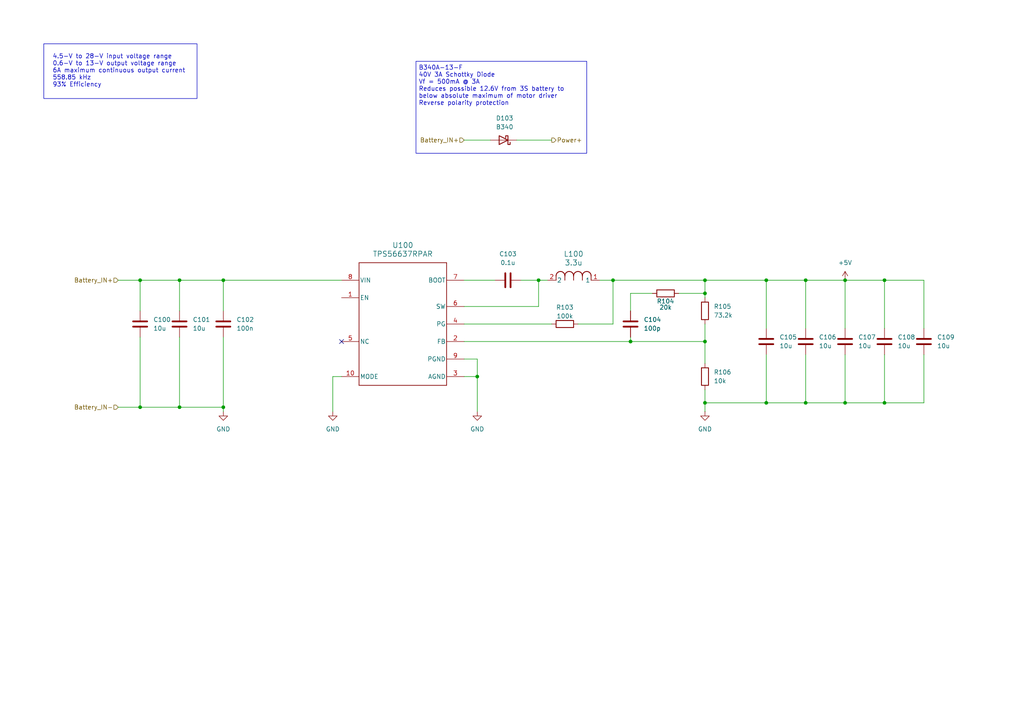
<source format=kicad_sch>
(kicad_sch (version 20231120) (generator "eeschema") (generator_version "8.0")
  (paper "A4")
  (lib_symbols
    (symbol "Device:C" (pin_numbers hide) (pin_names (offset 0.254))
      (property "Reference" "C" (at 0.635 2.54 0))
      (property "Value" "C" (at 0.635 -2.54 0))
      (symbol "C_0_1"
        (polyline (pts (xy -2.032 -0.762) (xy 2.032 -0.762)) (stroke (width 0.508)))
        (polyline (pts (xy -2.032 0.762) (xy 2.032 0.762)) (stroke (width 0.508)))
      )
      (symbol "C_1_1"
        (pin passive line (at 0 3.81 270) (length 2.794) (name "~") (number "1"))
        (pin passive line (at 0 -3.81 90) (length 2.794) (name "~") (number "2"))
      )
    )
    (symbol "Device:R" (pin_numbers hide) (pin_names (offset 0))
      (property "Reference" "R" (at 2.032 0 90))
      (property "Value" "R" (at 0 0 90))
      (symbol "R_0_1"
        (rectangle (start -1.016 -2.54) (end 1.016 2.54) (stroke (width 0.254)))
      )
      (symbol "R_1_1"
        (pin passive line (at 0 3.81 270) (length 1.27) (name "~") (number "1"))
        (pin passive line (at 0 -3.81 90) (length 1.27) (name "~") (number "2"))
      )
    )
    (symbol "Diode:B340" (pin_numbers hide) (pin_names (offset 1.016) hide)
      (property "Reference" "D" (at 0 2.54 0))
      (property "Value" "B340" (at 0 -2.54 0))
      (symbol "B340_0_1"
        (polyline (pts (xy 1.27 0) (xy -1.27 0)))
        (polyline (pts (xy 1.27 1.27) (xy 1.27 -1.27) (xy -1.27 0) (xy 1.27 1.27)) (stroke (width 0.254)))
        (polyline (pts (xy -1.905 0.635) (xy -1.905 1.27) (xy -1.27 1.27) (xy -1.27 -1.27) (xy -0.635 -1.27) (xy -0.635 -0.635)) (stroke (width 0.254)))
      )
      (symbol "B340_1_1"
        (pin passive line (at -3.81 0 0) (length 2.54) (name "K") (number "1"))
        (pin passive line (at 3.81 0 180) (length 2.54) (name "A") (number "2"))
      )
    )
    (symbol "IHLP4040DZER3R3M01:IHLP4040DZER3R3M01" (pin_names (offset 0.254))
      (property "Reference" "L" (at 6.985 5.08 0))
      (property "Value" "IHLP4040DZER3R3M01" (at 6.985 -2.54 0))
      (symbol "IHLP4040DZER3R3M01_1_1"
        (polyline (pts (xy 2.54 0) (xy 2.54 1.27)) (stroke (width 0.2032)))
        (polyline (pts (xy 5.08 0) (xy 5.08 1.27)) (stroke (width 0.2032)))
        (polyline (pts (xy 7.62 0) (xy 7.62 1.27)) (stroke (width 0.2032)))
        (polyline (pts (xy 10.16 0) (xy 10.16 1.27)) (stroke (width 0.2032)))
        (polyline (pts (xy 12.7 0) (xy 12.7 1.27)) (stroke (width 0.2032)))
        (arc (start 5.08 1.27) (mid 3.81 2.5344) (end 2.54 1.27) (stroke (width 0.254)))
        (arc (start 7.62 1.27) (mid 6.35 2.5344) (end 5.08 1.27) (stroke (width 0.254)))
        (arc (start 10.16 1.27) (mid 8.89 2.5344) (end 7.62 1.27) (stroke (width 0.254)))
        (arc (start 12.7 1.27) (mid 11.43 2.5344) (end 10.16 1.27) (stroke (width 0.254)))
        (pin unspecified line (at 15.24 0 180) (length 2.54) (name "1") (number "1"))
        (pin unspecified line (at 0 0 0) (length 2.54) (name "2") (number "2"))
      )
      (symbol "IHLP4040DZER3R3M01_1_2"
        (arc (start -1.27 5.08) (mid -2.5344 3.81) (end -1.27 2.54) (stroke (width 0.254)))
        (arc (start -1.27 7.62) (mid -2.5344 6.35) (end -1.27 5.08) (stroke (width 0.254)))
        (arc (start -1.27 10.16) (mid -2.5344 8.89) (end -1.27 7.62) (stroke (width 0.254)))
        (arc (start -1.27 12.7) (mid -2.5344 11.43) (end -1.27 10.16) (stroke (width 0.254)))
        (polyline (pts (xy 0 2.54) (xy -1.27 2.54)) (stroke (width 0.2032)))
        (polyline (pts (xy 0 5.08) (xy -1.27 5.08)) (stroke (width 0.2032)))
        (polyline (pts (xy 0 7.62) (xy -1.27 7.62)) (stroke (width 0.2032)))
        (polyline (pts (xy 0 10.16) (xy -1.27 10.16)) (stroke (width 0.2032)))
        (polyline (pts (xy 0 12.7) (xy -1.27 12.7)) (stroke (width 0.2032)))
        (pin unspecified line (at 0 15.24 270) (length 2.54) (name "1") (number "1"))
        (pin unspecified line (at 0 0 90) (length 2.54) (name "2") (number "2"))
      )
    )
    (symbol "TPS56637RPAR:TPS56637RPAR" (pin_names (offset 0.254))
      (property "Reference" "U" (at 0 2.54 0))
      (property "Value" "TPS56637RPAR" (at 0 0 0))
      (symbol "TPS56637RPAR_0_1"
        (polyline (pts (xy -12.7 -17.78) (xy 12.7 -17.78)) (stroke (width 0.2032)))
        (polyline (pts (xy -12.7 17.78) (xy -12.7 -17.78)) (stroke (width 0.2032)))
        (polyline (pts (xy 12.7 -17.78) (xy 12.7 17.78)) (stroke (width 0.2032)))
        (polyline (pts (xy 12.7 17.78) (xy -12.7 17.78)) (stroke (width 0.2032)))
        (pin power_in line (at -17.78 7.62 0) (length 5.08) (name "EN") (number "1"))
        (pin power_in line (at -17.78 -15.24 0) (length 5.08) (name "MODE") (number "10"))
        (pin power_in line (at 17.78 -5.08 180) (length 5.08) (name "FB") (number "2"))
        (pin power_in line (at 17.78 -15.24 180) (length 5.08) (name "AGND") (number "3"))
        (pin power_in line (at 17.78 0 180) (length 5.08) (name "PG") (number "4"))
        (pin unspecified line (at -17.78 -5.08 0) (length 5.08) (name "NC") (number "5"))
        (pin power_in line (at 17.78 5.08 180) (length 5.08) (name "SW") (number "6"))
        (pin power_in line (at 17.78 12.7 180) (length 5.08) (name "BOOT") (number "7"))
        (pin power_in line (at -17.78 12.7 0) (length 5.08) (name "VIN") (number "8"))
        (pin power_in line (at 17.78 -10.16 180) (length 5.08) (name "PGND") (number "9"))
      )
    )
    (symbol "power:+5V" (power) (pin_numbers hide) (pin_names (offset 0) hide)
      (property "Value" "+5V" (at 0 3.556 0))
      (symbol "+5V_0_1"
        (polyline (pts (xy -0.762 1.27) (xy 0 2.54)))
        (polyline (pts (xy 0 0) (xy 0 2.54)))
        (polyline (pts (xy 0 2.54) (xy 0.762 1.27)))
      )
      (symbol "+5V_1_1"
        (pin power_in line (at 0 0 90) (length 0) (name "~") (number "1"))
      )
    )
    (symbol "power:GND" (power) (pin_numbers hide) (pin_names (offset 0) hide)
      (property "Value" "GND" (at 0 -3.81 0))
      (symbol "GND_0_1"
        (polyline (pts (xy 0 0) (xy 0 -1.27) (xy 1.27 -1.27) (xy 0 -2.54) (xy -1.27 -1.27) (xy 0 -1.27)))
      )
      (symbol "GND_1_1"
        (pin power_in line (at 0 0 270) (length 0) (name "~") (number "1"))
      )
    )
  )
  (junction (at 245.11 81.28))
  (junction (at 204.47 99.06))
  (junction (at 52.07 118.11))
  (junction (at 177.8 81.28))
  (junction (at 222.25 81.28))
  (junction (at 256.54 116.84))
  (junction (at 138.43 109.22))
  (junction (at 204.47 85.09))
  (junction (at 233.68 81.28))
  (junction (at 256.54 81.28))
  (junction (at 52.07 81.28))
  (junction (at 40.64 118.11))
  (junction (at 156.21 81.28))
  (junction (at 40.64 81.28))
  (junction (at 204.47 116.84))
  (junction (at 233.68 116.84))
  (junction (at 222.25 116.84))
  (junction (at 204.47 81.28))
  (junction (at 64.77 81.28))
  (junction (at 245.11 116.84))
  (junction (at 182.88 99.06))
  (junction (at 64.77 118.11))
  (no_connect (at 99.06 99.06))
  (wire (pts (xy 134.62 93.98) (xy 160.02 93.98)))
  (wire (pts (xy 52.07 81.28) (xy 64.77 81.28)))
  (wire (pts (xy 245.11 116.84) (xy 233.68 116.84)))
  (wire (pts (xy 245.11 102.87) (xy 245.11 116.84)))
  (wire (pts (xy 222.25 102.87) (xy 222.25 116.84)))
  (wire (pts (xy 40.64 118.11) (xy 52.07 118.11)))
  (wire (pts (xy 245.11 81.28) (xy 233.68 81.28)))
  (wire (pts (xy 177.8 81.28) (xy 204.47 81.28)))
  (wire (pts (xy 64.77 90.17) (xy 64.77 81.28)))
  (wire (pts (xy 149.86 40.64) (xy 160.02 40.64)))
  (wire (pts (xy 34.29 81.28) (xy 40.64 81.28)))
  (wire (pts (xy 134.62 109.22) (xy 138.43 109.22)))
  (wire (pts (xy 156.21 88.9) (xy 156.21 81.28)))
  (wire (pts (xy 52.07 97.79) (xy 52.07 118.11)))
  (wire (pts (xy 267.97 81.28) (xy 256.54 81.28)))
  (wire (pts (xy 134.62 88.9) (xy 156.21 88.9)))
  (wire (pts (xy 96.52 119.38) (xy 96.52 109.22)))
  (wire (pts (xy 156.21 81.28) (xy 151.13 81.28)))
  (wire (pts (xy 182.88 85.09) (xy 182.88 90.17)))
  (wire (pts (xy 34.29 118.11) (xy 40.64 118.11)))
  (wire (pts (xy 267.97 102.87) (xy 267.97 116.84)))
  (wire (pts (xy 138.43 119.38) (xy 138.43 109.22)))
  (wire (pts (xy 256.54 81.28) (xy 245.11 81.28)))
  (wire (pts (xy 138.43 104.14) (xy 134.62 104.14)))
  (wire (pts (xy 204.47 85.09) (xy 204.47 86.36)))
  (wire (pts (xy 182.88 97.79) (xy 182.88 99.06)))
  (wire (pts (xy 52.07 118.11) (xy 64.77 118.11)))
  (wire (pts (xy 256.54 102.87) (xy 256.54 116.84)))
  (wire (pts (xy 64.77 81.28) (xy 99.06 81.28)))
  (wire (pts (xy 40.64 97.79) (xy 40.64 118.11)))
  (wire (pts (xy 233.68 81.28) (xy 222.25 81.28)))
  (wire (pts (xy 233.68 116.84) (xy 222.25 116.84)))
  (wire (pts (xy 64.77 97.79) (xy 64.77 118.11)))
  (wire (pts (xy 182.88 99.06) (xy 204.47 99.06)))
  (wire (pts (xy 204.47 113.03) (xy 204.47 116.84)))
  (wire (pts (xy 189.23 85.09) (xy 182.88 85.09)))
  (wire (pts (xy 267.97 95.25) (xy 267.97 81.28)))
  (wire (pts (xy 167.64 93.98) (xy 177.8 93.98)))
  (wire (pts (xy 222.25 116.84) (xy 204.47 116.84)))
  (wire (pts (xy 134.62 40.64) (xy 142.24 40.64)))
  (wire (pts (xy 40.64 81.28) (xy 52.07 81.28)))
  (wire (pts (xy 222.25 81.28) (xy 204.47 81.28)))
  (wire (pts (xy 177.8 93.98) (xy 177.8 81.28)))
  (wire (pts (xy 177.8 81.28) (xy 173.99 81.28)))
  (wire (pts (xy 222.25 95.25) (xy 222.25 81.28)))
  (wire (pts (xy 233.68 95.25) (xy 233.68 81.28)))
  (wire (pts (xy 134.62 81.28) (xy 143.51 81.28)))
  (wire (pts (xy 196.85 85.09) (xy 204.47 85.09)))
  (wire (pts (xy 245.11 95.25) (xy 245.11 81.28)))
  (wire (pts (xy 64.77 118.11) (xy 64.77 119.38)))
  (wire (pts (xy 52.07 90.17) (xy 52.07 81.28)))
  (wire (pts (xy 256.54 95.25) (xy 256.54 81.28)))
  (wire (pts (xy 233.68 102.87) (xy 233.68 116.84)))
  (wire (pts (xy 204.47 99.06) (xy 204.47 105.41)))
  (wire (pts (xy 256.54 116.84) (xy 245.11 116.84)))
  (wire (pts (xy 267.97 116.84) (xy 256.54 116.84)))
  (wire (pts (xy 134.62 99.06) (xy 182.88 99.06)))
  (wire (pts (xy 138.43 109.22) (xy 138.43 104.14)))
  (wire (pts (xy 204.47 116.84) (xy 204.47 119.38)))
  (wire (pts (xy 156.21 81.28) (xy 158.75 81.28)))
  (wire (pts (xy 204.47 93.98) (xy 204.47 99.06)))
  (wire (pts (xy 96.52 109.22) (xy 99.06 109.22)))
  (wire (pts (xy 40.64 81.28) (xy 40.64 90.17)))
  (wire (pts (xy 204.47 81.28) (xy 204.47 85.09)))
  (rectangle (start 12.7 12.7) (end 57.15 28.575))
  (rectangle (start 120.65 17.78) (end 170.18 44.45))
  (text "B340A-13-F\n40V 3A Schottky Diode\nVf = 500mA @ 3A\nReduces possible 12.6V from 3S battery to \nbelow absolute maximum of motor driver\nReverse polarity protection\n" (at 121.412 24.892 0) (effects (font (size 1.27 1.27)) (justify left)))
  (text "4.5-V to 28-V input voltage range\n0.6-V to 13-V output voltage range\n6A maximum continuous output current\n558.85 kHz\n93% Efficiency" (at 15.24 20.574 0) (effects (font (size 1.27 1.27)) (justify left)))
  (hierarchical_label "Power+" (shape output) (at 160.02 40.64 0))
  (hierarchical_label "Battery_IN+" (shape input) (at 134.62 40.64 180))
  (hierarchical_label "Battery_IN-" (shape input) (at 34.29 118.11 180))
  (hierarchical_label "Battery_IN+" (shape input) (at 34.29 81.28 180))
  (symbol (lib_id "power:+5V") (at 245.11 81.28 0) (unit 1)
    (property "Reference" "#PWR0113" (effects (hide yes)))
    (property "Value" "+5V" (at 245.11 76.2 0))
    (property "Description" "Power symbol creates a global label with name \"+5V\"" (effects (hide yes)))
  )
  (symbol (lib_id "TPS56637RPAR:TPS56637RPAR") (at 116.84 93.98 0) (unit 1)
    (property "Reference" "U100" (at 116.84 71.12 0) (effects (font (size 1.524 1.524))))
    (property "Value" "TPS56637RPAR" (at 116.84 73.66 0) (effects (font (size 1.524 1.524))))
    (property "Footprint" "RPA0010A" (effects (hide yes)))
    (property "Datasheet" "TPS56637RPAR" (effects (hide yes)))
    (property "Digikey" "https://www.digikey.com/en/products/detail/texas-instruments/TPS56637RPAR/10715537" (effects (hide yes)))
  )
  (symbol (lib_id "Device:R") (at 163.83 93.98 90) (unit 1)
    (property "Reference" "R103" (at 163.83 89.154 90))
    (property "Value" "100k" (at 163.83 91.694 90))
    (property "Footprint" "Resistor_SMD:R_0603_1608Metric_Pad0.98x0.95mm_HandSolder" (effects (hide yes)))
    (property "Description" "Resistor" (effects (hide yes)))
  )
  (symbol (lib_id "Device:C") (at 233.68 99.06 180) (unit 1)
    (property "Reference" "C106" (at 237.49 97.7899 0) (effects (justify right)))
    (property "Value" "10u" (at 237.49 100.3299 0) (effects (justify right)))
    (property "Footprint" "Capacitor_SMD:C_1206_3216Metric_Pad1.33x1.80mm_HandSolder" (effects (hide yes)))
    (property "Description" "CAP CER 10UF 50V X7R 1206" (effects (hide yes)))
    (property "Digikey" "https://www.digikey.com/en/products/detail/samsung-electro-mechanics/CL31B106KBHNNNE/5961251" (effects (hide yes)))
  )
  (symbol (lib_id "power:GND") (at 138.43 119.38 0) (unit 1)
    (property "Reference" "#PWR0111" (effects (hide yes)))
    (property "Value" "GND" (at 138.43 124.46 0))
    (property "Description" "Power symbol creates a global label with name \"GND\" , ground" (effects (hide yes)))
  )
  (symbol (lib_id "Device:C") (at 52.07 93.98 180) (unit 1)
    (property "Reference" "C101" (at 55.88 92.7099 0) (effects (justify right)))
    (property "Value" "10u" (at 55.88 95.2499 0) (effects (justify right)))
    (property "Footprint" "Capacitor_SMD:C_1206_3216Metric_Pad1.33x1.80mm_HandSolder" (effects (hide yes)))
    (property "Description" "CAP CER 10UF 50V X7R 1206" (effects (hide yes)))
    (property "Digikey" "https://www.digikey.com/en/products/detail/samsung-electro-mechanics/CL31B106KBHNNNE/5961251" (effects (hide yes)))
  )
  (symbol (lib_id "Device:C") (at 245.11 99.06 180) (unit 1)
    (property "Reference" "C107" (at 248.92 97.7899 0) (effects (justify right)))
    (property "Value" "10u" (at 248.92 100.3299 0) (effects (justify right)))
    (property "Footprint" "Capacitor_SMD:C_1206_3216Metric_Pad1.33x1.80mm_HandSolder" (effects (hide yes)))
    (property "Description" "CAP CER 10UF 50V X7R 1206" (effects (hide yes)))
    (property "Digikey" "https://www.digikey.com/en/products/detail/samsung-electro-mechanics/CL31B106KBHNNNE/5961251" (effects (hide yes)))
  )
  (symbol (lib_id "power:GND") (at 96.52 119.38 0) (unit 1)
    (property "Reference" "#PWR0110" (effects (hide yes)))
    (property "Value" "GND" (at 96.52 124.46 0))
    (property "Description" "Power symbol creates a global label with name \"GND\" , ground" (effects (hide yes)))
  )
  (symbol (lib_id "Device:C") (at 182.88 93.98 180) (unit 1)
    (property "Reference" "C104" (at 186.69 92.7099 0) (effects (justify right)))
    (property "Value" "100p" (at 186.69 95.2499 0) (effects (justify right)))
    (property "Footprint" "Capacitor_SMD:C_0805_2012Metric_Pad1.18x1.45mm_HandSolder" (effects (hide yes)))
    (property "Description" "CAP CER 100PF 50V X7R 0805" (effects (hide yes)))
    (property "Digikey" "https://www.digikey.com/en/products/detail/kemet/C0805C101K5RACTU/2211649" (effects (hide yes)))
  )
  (symbol (lib_id "Device:C") (at 256.54 99.06 180) (unit 1)
    (property "Reference" "C108" (at 260.35 97.7899 0) (effects (justify right)))
    (property "Value" "10u" (at 260.35 100.3299 0) (effects (justify right)))
    (property "Footprint" "Capacitor_SMD:C_1206_3216Metric_Pad1.33x1.80mm_HandSolder" (effects (hide yes)))
    (property "Description" "CAP CER 10UF 50V X7R 1206" (effects (hide yes)))
    (property "Digikey" "https://www.digikey.com/en/products/detail/samsung-electro-mechanics/CL31B106KBHNNNE/5961251" (effects (hide yes)))
  )
  (symbol (lib_id "power:GND") (at 64.77 119.38 0) (unit 1)
    (property "Reference" "#PWR0109" (effects (hide yes)))
    (property "Value" "GND" (at 64.77 124.46 0))
    (property "Description" "Power symbol creates a global label with name \"GND\" , ground" (effects (hide yes)))
  )
  (symbol (lib_id "Device:C") (at 64.77 93.98 180) (unit 1)
    (property "Reference" "C102" (at 68.58 92.7099 0) (effects (justify right)))
    (property "Value" "100n" (at 68.58 95.2499 0) (effects (justify right)))
    (property "Footprint" "Capacitor_SMD:C_0805_2012Metric_Pad1.18x1.45mm_HandSolder" (effects (hide yes)))
    (property "Description" "CAP CER 0.1UF 100V X7R 0805" (effects (hide yes)))
    (property "Digikey" "https://www.digikey.com/en/products/detail/murata-electronics/GCM21BR72A104KA37L/1641663" (effects (hide yes)))
  )
  (symbol (lib_id "Device:C") (at 267.97 99.06 180) (unit 1)
    (property "Reference" "C109" (at 271.78 97.7899 0) (effects (justify right)))
    (property "Value" "10u" (at 271.78 100.3299 0) (effects (justify right)))
    (property "Footprint" "Capacitor_SMD:C_1206_3216Metric_Pad1.33x1.80mm_HandSolder" (effects (hide yes)))
    (property "Description" "CAP CER 10UF 50V X7R 1206" (effects (hide yes)))
    (property "Digikey" "https://www.digikey.com/en/products/detail/samsung-electro-mechanics/CL31B106KBHNNNE/5961251" (effects (hide yes)))
  )
  (symbol (lib_id "Diode:B340") (at 146.05 40.64 180) (unit 1)
    (property "Reference" "D103" (at 146.3675 34.29 0))
    (property "Value" "B340" (at 146.3675 36.83 0))
    (property "Footprint" "Diode_SMD:D_SMC" (effects (hide yes)))
    (property "Datasheet" "http://www.jameco.com/Jameco/Products/ProdDS/1538777.pdf" (effects (hide yes)))
    (property "Description" "40V 3A Schottky Barrier Rectifier Diode, SMC" (effects (hide yes)))
    (property "Digikey" "https://www.digikey.com/en/products/detail/diodes-incorporated/B340-13-F/768768" (effects (hide yes)))
  )
  (symbol (lib_id "power:GND") (at 204.47 119.38 0) (unit 1)
    (property "Reference" "#PWR0112" (effects (hide yes)))
    (property "Value" "GND" (at 204.47 124.46 0))
    (property "Description" "Power symbol creates a global label with name \"GND\" , ground" (effects (hide yes)))
  )
  (symbol (lib_id "Device:C") (at 40.64 93.98 180) (unit 1)
    (property "Reference" "C100" (at 44.45 92.7099 0) (effects (justify right)))
    (property "Value" "10u" (at 44.45 95.2499 0) (effects (justify right)))
    (property "Footprint" "Capacitor_SMD:C_1206_3216Metric_Pad1.33x1.80mm_HandSolder" (effects (hide yes)))
    (property "Description" "CAP CER 10UF 50V X7R 1206" (effects (hide yes)))
    (property "Digikey" "https://www.digikey.com/en/products/detail/samsung-electro-mechanics/CL31B106KBHNNNE/5961251" (effects (hide yes)))
  )
  (symbol (lib_id "IHLP4040DZER3R3M01:IHLP4040DZER3R3M01") (at 158.75 81.28 0) (unit 1)
    (property "Reference" "L100" (at 166.37 73.66 0) (effects (font (size 1.524 1.524))))
    (property "Value" "3.3u" (at 166.37 76.2 0) (effects (font (size 1.524 1.524))))
    (property "Footprint" "IND_IHLP-4040DZ_VIS" (effects (hide yes)))
    (property "Datasheet" "IHLP4040DZER3R3M01" (effects (hide yes)))
    (property "Digikey" "https://www.digikey.com/en/products/detail/vishay-dale/IHLP4040DZER3R3M01/1220693" (effects (hide yes)))
  )
  (symbol (lib_id "Device:R") (at 204.47 90.17 180) (unit 1)
    (property "Reference" "R105" (at 207.01 88.8999 0) (effects (justify right)))
    (property "Value" "73.2k" (at 207.01 91.4399 0) (effects (justify right)))
    (property "Footprint" "Resistor_SMD:R_0603_1608Metric_Pad0.98x0.95mm_HandSolder" (effects (hide yes)))
    (property "Description" "Resistor" (effects (hide yes)))
  )
  (symbol (lib_id "Device:C") (at 147.32 81.28 270) (unit 1)
    (property "Reference" "C103" (at 147.32 73.66 90))
    (property "Value" "0.1u" (at 147.32 76.2 90))
    (property "Footprint" "Capacitor_SMD:C_0805_2012Metric_Pad1.18x1.45mm_HandSolder" (effects (hide yes)))
    (property "Description" "CAP CER 0.1UF 100V X7R 0805" (effects (hide yes)))
    (property "Digikey" "https://www.digikey.com/en/products/detail/murata-electronics/GCM21BR72A104KA37L/1641663" (effects (hide yes)))
  )
  (symbol (lib_id "Device:R") (at 204.47 109.22 180) (unit 1)
    (property "Reference" "R106" (at 207.01 107.9499 0) (effects (justify right)))
    (property "Value" "10k" (at 207.01 110.4899 0) (effects (justify right)))
    (property "Footprint" "Resistor_SMD:R_0603_1608Metric_Pad0.98x0.95mm_HandSolder" (effects (hide yes)))
    (property "Description" "Resistor" (effects (hide yes)))
  )
  (symbol (lib_id "Device:R") (at 193.04 85.09 90) (unit 1)
    (property "Reference" "R104" (at 193.04 87.376 90))
    (property "Value" "20k" (at 193.04 89.154 90))
    (property "Footprint" "Resistor_SMD:R_0603_1608Metric_Pad0.98x0.95mm_HandSolder" (effects (hide yes)))
    (property "Description" "Resistor" (effects (hide yes)))
  )
  (symbol (lib_id "Device:C") (at 222.25 99.06 180) (unit 1)
    (property "Reference" "C105" (at 226.06 97.7899 0) (effects (justify right)))
    (property "Value" "10u" (at 226.06 100.3299 0) (effects (justify right)))
    (property "Footprint" "Capacitor_SMD:C_1206_3216Metric_Pad1.33x1.80mm_HandSolder" (effects (hide yes)))
    (property "Description" "CAP CER 10UF 50V X7R 1206" (effects (hide yes)))
    (property "Digikey" "https://www.digikey.com/en/products/detail/samsung-electro-mechanics/CL31B106KBHNNNE/5961251" (effects (hide yes)))
  )
)
</source>
